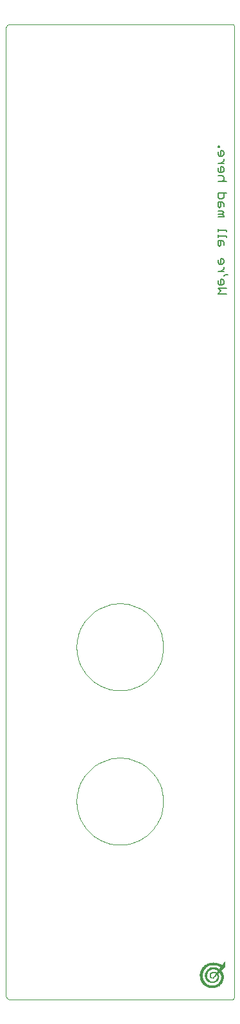
<source format=gbo>
G75*
%MOIN*%
%OFA0B0*%
%FSLAX24Y24*%
%IPPOS*%
%LPD*%
%AMOC8*
5,1,8,0,0,1.08239X$1,22.5*
%
%ADD10C,0.0000*%
%ADD11C,0.0050*%
%ADD12R,0.0010X0.0010*%
%ADD13R,0.0010X0.0230*%
%ADD14R,0.0010X0.0330*%
%ADD15R,0.0010X0.0400*%
%ADD16R,0.0010X0.0470*%
%ADD17R,0.0010X0.0520*%
%ADD18R,0.0010X0.0560*%
%ADD19R,0.0010X0.0600*%
%ADD20R,0.0010X0.0640*%
%ADD21R,0.0010X0.0680*%
%ADD22R,0.0010X0.0710*%
%ADD23R,0.0010X0.0740*%
%ADD24R,0.0010X0.0770*%
%ADD25R,0.0010X0.0790*%
%ADD26R,0.0010X0.0320*%
%ADD27R,0.0010X0.0280*%
%ADD28R,0.0010X0.0260*%
%ADD29R,0.0010X0.0240*%
%ADD30R,0.0010X0.0220*%
%ADD31R,0.0010X0.0210*%
%ADD32R,0.0010X0.0200*%
%ADD33R,0.0010X0.0190*%
%ADD34R,0.0010X0.0180*%
%ADD35R,0.0010X0.0170*%
%ADD36R,0.0010X0.0150*%
%ADD37R,0.0010X0.0160*%
%ADD38R,0.0010X0.0250*%
%ADD39R,0.0010X0.0300*%
%ADD40R,0.0010X0.0350*%
%ADD41R,0.0010X0.0390*%
%ADD42R,0.0010X0.0420*%
%ADD43R,0.0010X0.0450*%
%ADD44R,0.0010X0.0480*%
%ADD45R,0.0010X0.0140*%
%ADD46R,0.0010X0.0510*%
%ADD47R,0.0010X0.0530*%
%ADD48R,0.0010X0.0130*%
%ADD49R,0.0010X0.0120*%
%ADD50R,0.0010X0.0110*%
%ADD51R,0.0010X0.0100*%
%ADD52R,0.0010X0.0090*%
%ADD53R,0.0010X0.0080*%
%ADD54R,0.0010X0.0020*%
%ADD55R,0.0010X0.0070*%
%ADD56R,0.0010X0.0050*%
%ADD57R,0.0010X0.0040*%
%ADD58R,0.0010X0.0030*%
%ADD59R,0.0010X0.0060*%
%ADD60R,0.0010X0.0290*%
%ADD61R,0.0010X0.0270*%
%ADD62R,0.0010X0.0310*%
%ADD63R,0.0010X0.0540*%
%ADD64R,0.0010X0.0570*%
%ADD65R,0.0010X0.0650*%
%ADD66R,0.0010X0.0620*%
%ADD67R,0.0010X0.0590*%
%ADD68R,0.0010X0.0500*%
%ADD69R,0.0010X0.0460*%
%ADD70R,0.0010X0.0410*%
%ADD71R,0.0010X0.0360*%
D10*
X003260Y002648D02*
X003260Y052694D01*
X003262Y052724D01*
X003267Y052754D01*
X003276Y052783D01*
X003289Y052810D01*
X003304Y052836D01*
X003323Y052860D01*
X003344Y052881D01*
X003368Y052900D01*
X003394Y052915D01*
X003421Y052928D01*
X003450Y052937D01*
X003480Y052942D01*
X003510Y052944D01*
X015010Y052944D01*
X015030Y052942D01*
X015050Y052937D01*
X015068Y052928D01*
X015085Y052917D01*
X015099Y052903D01*
X015110Y052886D01*
X015119Y052868D01*
X015124Y052848D01*
X015126Y052828D01*
X015126Y002520D01*
X015124Y002500D01*
X015120Y002481D01*
X015112Y002462D01*
X015102Y002445D01*
X015089Y002430D01*
X015074Y002417D01*
X015057Y002407D01*
X015038Y002399D01*
X015019Y002395D01*
X014999Y002393D01*
X003515Y002393D01*
X003484Y002395D01*
X003454Y002400D01*
X003425Y002410D01*
X003396Y002422D01*
X003370Y002438D01*
X003346Y002457D01*
X003324Y002479D01*
X003305Y002503D01*
X003289Y002529D01*
X003277Y002558D01*
X003267Y002587D01*
X003262Y002617D01*
X003260Y002648D01*
X006943Y012669D02*
X006945Y012763D01*
X006951Y012857D01*
X006961Y012951D01*
X006975Y013044D01*
X006992Y013137D01*
X007014Y013229D01*
X007039Y013319D01*
X007068Y013409D01*
X007101Y013497D01*
X007138Y013584D01*
X007178Y013669D01*
X007221Y013753D01*
X007268Y013835D01*
X007319Y013914D01*
X007373Y013992D01*
X007430Y014067D01*
X007490Y014139D01*
X007553Y014209D01*
X007619Y014277D01*
X007687Y014341D01*
X007759Y014403D01*
X007833Y014461D01*
X007909Y014517D01*
X007987Y014569D01*
X008068Y014618D01*
X008151Y014663D01*
X008235Y014705D01*
X008321Y014743D01*
X008409Y014778D01*
X008498Y014809D01*
X008588Y014836D01*
X008679Y014860D01*
X008771Y014879D01*
X008864Y014895D01*
X008958Y014907D01*
X009052Y014915D01*
X009146Y014919D01*
X009240Y014919D01*
X009334Y014915D01*
X009428Y014907D01*
X009522Y014895D01*
X009615Y014879D01*
X009707Y014860D01*
X009798Y014836D01*
X009888Y014809D01*
X009977Y014778D01*
X010065Y014743D01*
X010151Y014705D01*
X010235Y014663D01*
X010318Y014618D01*
X010399Y014569D01*
X010477Y014517D01*
X010553Y014461D01*
X010627Y014403D01*
X010699Y014341D01*
X010767Y014277D01*
X010833Y014209D01*
X010896Y014139D01*
X010956Y014067D01*
X011013Y013992D01*
X011067Y013914D01*
X011118Y013835D01*
X011165Y013753D01*
X011208Y013669D01*
X011248Y013584D01*
X011285Y013497D01*
X011318Y013409D01*
X011347Y013319D01*
X011372Y013229D01*
X011394Y013137D01*
X011411Y013044D01*
X011425Y012951D01*
X011435Y012857D01*
X011441Y012763D01*
X011443Y012669D01*
X011441Y012575D01*
X011435Y012481D01*
X011425Y012387D01*
X011411Y012294D01*
X011394Y012201D01*
X011372Y012109D01*
X011347Y012019D01*
X011318Y011929D01*
X011285Y011841D01*
X011248Y011754D01*
X011208Y011669D01*
X011165Y011585D01*
X011118Y011503D01*
X011067Y011424D01*
X011013Y011346D01*
X010956Y011271D01*
X010896Y011199D01*
X010833Y011129D01*
X010767Y011061D01*
X010699Y010997D01*
X010627Y010935D01*
X010553Y010877D01*
X010477Y010821D01*
X010399Y010769D01*
X010318Y010720D01*
X010235Y010675D01*
X010151Y010633D01*
X010065Y010595D01*
X009977Y010560D01*
X009888Y010529D01*
X009798Y010502D01*
X009707Y010478D01*
X009615Y010459D01*
X009522Y010443D01*
X009428Y010431D01*
X009334Y010423D01*
X009240Y010419D01*
X009146Y010419D01*
X009052Y010423D01*
X008958Y010431D01*
X008864Y010443D01*
X008771Y010459D01*
X008679Y010478D01*
X008588Y010502D01*
X008498Y010529D01*
X008409Y010560D01*
X008321Y010595D01*
X008235Y010633D01*
X008151Y010675D01*
X008068Y010720D01*
X007987Y010769D01*
X007909Y010821D01*
X007833Y010877D01*
X007759Y010935D01*
X007687Y010997D01*
X007619Y011061D01*
X007553Y011129D01*
X007490Y011199D01*
X007430Y011271D01*
X007373Y011346D01*
X007319Y011424D01*
X007268Y011503D01*
X007221Y011585D01*
X007178Y011669D01*
X007138Y011754D01*
X007101Y011841D01*
X007068Y011929D01*
X007039Y012019D01*
X007014Y012109D01*
X006992Y012201D01*
X006975Y012294D01*
X006961Y012387D01*
X006951Y012481D01*
X006945Y012575D01*
X006943Y012669D01*
X006943Y020669D02*
X006945Y020763D01*
X006951Y020857D01*
X006961Y020951D01*
X006975Y021044D01*
X006992Y021137D01*
X007014Y021229D01*
X007039Y021319D01*
X007068Y021409D01*
X007101Y021497D01*
X007138Y021584D01*
X007178Y021669D01*
X007221Y021753D01*
X007268Y021835D01*
X007319Y021914D01*
X007373Y021992D01*
X007430Y022067D01*
X007490Y022139D01*
X007553Y022209D01*
X007619Y022277D01*
X007687Y022341D01*
X007759Y022403D01*
X007833Y022461D01*
X007909Y022517D01*
X007987Y022569D01*
X008068Y022618D01*
X008151Y022663D01*
X008235Y022705D01*
X008321Y022743D01*
X008409Y022778D01*
X008498Y022809D01*
X008588Y022836D01*
X008679Y022860D01*
X008771Y022879D01*
X008864Y022895D01*
X008958Y022907D01*
X009052Y022915D01*
X009146Y022919D01*
X009240Y022919D01*
X009334Y022915D01*
X009428Y022907D01*
X009522Y022895D01*
X009615Y022879D01*
X009707Y022860D01*
X009798Y022836D01*
X009888Y022809D01*
X009977Y022778D01*
X010065Y022743D01*
X010151Y022705D01*
X010235Y022663D01*
X010318Y022618D01*
X010399Y022569D01*
X010477Y022517D01*
X010553Y022461D01*
X010627Y022403D01*
X010699Y022341D01*
X010767Y022277D01*
X010833Y022209D01*
X010896Y022139D01*
X010956Y022067D01*
X011013Y021992D01*
X011067Y021914D01*
X011118Y021835D01*
X011165Y021753D01*
X011208Y021669D01*
X011248Y021584D01*
X011285Y021497D01*
X011318Y021409D01*
X011347Y021319D01*
X011372Y021229D01*
X011394Y021137D01*
X011411Y021044D01*
X011425Y020951D01*
X011435Y020857D01*
X011441Y020763D01*
X011443Y020669D01*
X011441Y020575D01*
X011435Y020481D01*
X011425Y020387D01*
X011411Y020294D01*
X011394Y020201D01*
X011372Y020109D01*
X011347Y020019D01*
X011318Y019929D01*
X011285Y019841D01*
X011248Y019754D01*
X011208Y019669D01*
X011165Y019585D01*
X011118Y019503D01*
X011067Y019424D01*
X011013Y019346D01*
X010956Y019271D01*
X010896Y019199D01*
X010833Y019129D01*
X010767Y019061D01*
X010699Y018997D01*
X010627Y018935D01*
X010553Y018877D01*
X010477Y018821D01*
X010399Y018769D01*
X010318Y018720D01*
X010235Y018675D01*
X010151Y018633D01*
X010065Y018595D01*
X009977Y018560D01*
X009888Y018529D01*
X009798Y018502D01*
X009707Y018478D01*
X009615Y018459D01*
X009522Y018443D01*
X009428Y018431D01*
X009334Y018423D01*
X009240Y018419D01*
X009146Y018419D01*
X009052Y018423D01*
X008958Y018431D01*
X008864Y018443D01*
X008771Y018459D01*
X008679Y018478D01*
X008588Y018502D01*
X008498Y018529D01*
X008409Y018560D01*
X008321Y018595D01*
X008235Y018633D01*
X008151Y018675D01*
X008068Y018720D01*
X007987Y018769D01*
X007909Y018821D01*
X007833Y018877D01*
X007759Y018935D01*
X007687Y018997D01*
X007619Y019061D01*
X007553Y019129D01*
X007490Y019199D01*
X007430Y019271D01*
X007373Y019346D01*
X007319Y019424D01*
X007268Y019503D01*
X007221Y019585D01*
X007178Y019669D01*
X007138Y019754D01*
X007101Y019841D01*
X007068Y019929D01*
X007039Y020019D01*
X007014Y020109D01*
X006992Y020201D01*
X006975Y020294D01*
X006961Y020387D01*
X006951Y020481D01*
X006945Y020575D01*
X006943Y020669D01*
D11*
X014285Y038969D02*
X014435Y039120D01*
X014285Y039270D01*
X014735Y039270D01*
X014510Y039430D02*
X014360Y039430D01*
X014285Y039505D01*
X014285Y039655D01*
X014435Y039730D02*
X014435Y039430D01*
X014510Y039430D02*
X014585Y039505D01*
X014585Y039655D01*
X014510Y039730D01*
X014435Y039730D01*
X014585Y039890D02*
X014660Y039965D01*
X014810Y039965D01*
X014585Y040120D02*
X014285Y040120D01*
X014435Y040120D02*
X014585Y040271D01*
X014585Y040346D01*
X014510Y040504D02*
X014360Y040504D01*
X014285Y040579D01*
X014285Y040729D01*
X014435Y040804D02*
X014435Y040504D01*
X014510Y040504D02*
X014585Y040579D01*
X014585Y040729D01*
X014510Y040804D01*
X014435Y040804D01*
X014360Y041425D02*
X014435Y041500D01*
X014435Y041725D01*
X014510Y041725D02*
X014285Y041725D01*
X014285Y041500D01*
X014360Y041425D01*
X014585Y041500D02*
X014585Y041650D01*
X014510Y041725D01*
X014735Y041885D02*
X014735Y041960D01*
X014285Y041960D01*
X014285Y041885D02*
X014285Y042035D01*
X014285Y042192D02*
X014285Y042342D01*
X014285Y042267D02*
X014735Y042267D01*
X014735Y042192D01*
X014585Y042960D02*
X014285Y042960D01*
X014285Y043110D02*
X014510Y043110D01*
X014585Y043185D01*
X014510Y043260D01*
X014285Y043260D01*
X014360Y043420D02*
X014435Y043495D01*
X014435Y043720D01*
X014510Y043720D02*
X014285Y043720D01*
X014285Y043495D01*
X014360Y043420D01*
X014585Y043495D02*
X014585Y043645D01*
X014510Y043720D01*
X014510Y043880D02*
X014585Y043955D01*
X014585Y044181D01*
X014735Y044181D02*
X014285Y044181D01*
X014285Y043955D01*
X014360Y043880D01*
X014510Y043880D01*
X014510Y043110D02*
X014585Y043035D01*
X014585Y042960D01*
X014510Y044801D02*
X014585Y044876D01*
X014585Y045026D01*
X014510Y045101D01*
X014285Y045101D01*
X014360Y045262D02*
X014510Y045262D01*
X014585Y045337D01*
X014585Y045487D01*
X014510Y045562D01*
X014435Y045562D01*
X014435Y045262D01*
X014360Y045262D02*
X014285Y045337D01*
X014285Y045487D01*
X014285Y045722D02*
X014585Y045722D01*
X014585Y045872D02*
X014585Y045947D01*
X014585Y045872D02*
X014435Y045722D01*
X014435Y046106D02*
X014435Y046406D01*
X014510Y046406D01*
X014585Y046331D01*
X014585Y046181D01*
X014510Y046106D01*
X014360Y046106D01*
X014285Y046181D01*
X014285Y046331D01*
X014285Y046566D02*
X014285Y046641D01*
X014360Y046641D01*
X014360Y046566D01*
X014285Y046566D01*
X014285Y044801D02*
X014735Y044801D01*
X014735Y038969D02*
X014285Y038969D01*
D12*
X013380Y003754D03*
X013370Y003684D03*
X013370Y003654D03*
X013370Y003634D03*
X013370Y003614D03*
X013370Y003594D03*
X013630Y003614D03*
X013630Y003644D03*
X013630Y003674D03*
X013640Y003734D03*
X013640Y003554D03*
X013880Y003624D03*
X013880Y003674D03*
X014350Y003574D03*
X014350Y003554D03*
X014470Y003614D03*
X014590Y003594D03*
X014590Y003574D03*
X014590Y003554D03*
X014590Y003534D03*
X014590Y003514D03*
X014470Y003484D03*
D13*
X014400Y003894D03*
X013920Y003644D03*
X013550Y003974D03*
X013380Y003624D03*
X013550Y003294D03*
D14*
X013390Y003634D03*
D15*
X013400Y003629D03*
D16*
X013410Y003634D03*
X014300Y003634D03*
D17*
X014450Y003949D03*
X013420Y003629D03*
D18*
X013430Y003639D03*
X014510Y003549D03*
D19*
X013440Y003629D03*
D20*
X013450Y003629D03*
D21*
X013460Y003629D03*
D22*
X013470Y003634D03*
D23*
X013480Y003629D03*
D24*
X013490Y003634D03*
D25*
X013500Y003634D03*
D26*
X013510Y003379D03*
X013510Y003889D03*
D27*
X013520Y003909D03*
X013520Y003349D03*
X014420Y003889D03*
X014610Y004159D03*
X014630Y004179D03*
X014640Y004199D03*
X014650Y004209D03*
X014660Y004219D03*
D28*
X014570Y004109D03*
X014560Y004099D03*
X014550Y004089D03*
X014510Y004049D03*
X014410Y003899D03*
X014280Y003709D03*
X014320Y003559D03*
X014470Y003339D03*
X013530Y003329D03*
X013530Y003939D03*
D29*
X013540Y003959D03*
X013540Y003309D03*
X014340Y003869D03*
X014520Y004049D03*
D30*
X014350Y003869D03*
X014580Y003549D03*
X014450Y003299D03*
X014440Y003279D03*
X013740Y003809D03*
X013560Y003989D03*
X013560Y003279D03*
D31*
X013570Y003264D03*
X013570Y004004D03*
X014270Y003734D03*
X014360Y003874D03*
X014390Y003894D03*
X014330Y003564D03*
X014430Y003264D03*
D32*
X014420Y003249D03*
X014190Y003709D03*
X013910Y003649D03*
X013580Y004019D03*
X013580Y003249D03*
X013590Y003239D03*
D33*
X013600Y003224D03*
X013750Y003834D03*
X013590Y004034D03*
X013600Y004044D03*
X013610Y004054D03*
X014200Y003714D03*
X014370Y003874D03*
X014380Y003884D03*
X014410Y003234D03*
X014400Y003224D03*
D34*
X013740Y003459D03*
X013610Y003219D03*
X013630Y003199D03*
X013760Y003849D03*
X013620Y004069D03*
X013630Y004079D03*
D35*
X013640Y004084D03*
X013650Y004094D03*
X013660Y004104D03*
X013770Y003864D03*
X013900Y003644D03*
X014210Y003714D03*
X014260Y003734D03*
X014280Y003454D03*
X014390Y003214D03*
X014380Y003204D03*
X014370Y003194D03*
X014350Y003174D03*
X013640Y003184D03*
X013620Y003204D03*
D36*
X013700Y003144D03*
X013710Y003134D03*
X013730Y003124D03*
X013640Y003644D03*
X013790Y003894D03*
X013700Y004134D03*
X013710Y004144D03*
X013720Y004144D03*
X013730Y004154D03*
X014350Y004184D03*
X014370Y004174D03*
X014390Y004164D03*
X014410Y004154D03*
X014430Y004144D03*
X014250Y003734D03*
X014340Y003164D03*
X014310Y003144D03*
X014300Y003134D03*
X014280Y003124D03*
D37*
X014320Y003149D03*
X014330Y003159D03*
X014360Y003179D03*
X014340Y003559D03*
X014220Y003719D03*
X013780Y003879D03*
X013670Y004109D03*
X013680Y004119D03*
X013690Y004129D03*
X013750Y003439D03*
X013650Y003179D03*
X013660Y003169D03*
X013670Y003159D03*
X013680Y003159D03*
X013690Y003149D03*
X014420Y004149D03*
D38*
X014530Y004064D03*
X014540Y004074D03*
X014330Y003864D03*
X014460Y003314D03*
X013650Y003644D03*
D39*
X013660Y003639D03*
X014310Y003559D03*
X014480Y004039D03*
D40*
X013670Y003644D03*
D41*
X013680Y003644D03*
D42*
X013690Y003639D03*
D43*
X013700Y003644D03*
D44*
X013710Y003639D03*
X014290Y003619D03*
D45*
X014240Y003719D03*
X014230Y003719D03*
X014270Y003429D03*
X014290Y003129D03*
X014270Y003119D03*
X014260Y003109D03*
X014250Y003109D03*
X014230Y003099D03*
X013780Y003099D03*
X013760Y003109D03*
X013750Y003109D03*
X013740Y003119D03*
X013720Y003129D03*
X013760Y003419D03*
X013800Y003899D03*
X013810Y003909D03*
X013740Y004159D03*
X013750Y004169D03*
X013760Y004169D03*
X013770Y004179D03*
X013780Y004179D03*
X013790Y004189D03*
X013800Y004189D03*
X013820Y004199D03*
X014250Y004219D03*
X014280Y004209D03*
X014300Y004199D03*
X014310Y004199D03*
X014320Y004199D03*
X014330Y004189D03*
X014340Y004189D03*
X014360Y004179D03*
X014380Y004169D03*
X014400Y004159D03*
D46*
X014440Y003964D03*
X013720Y003644D03*
D47*
X013730Y003644D03*
X014520Y003544D03*
D48*
X014240Y003104D03*
X014220Y003094D03*
X014210Y003094D03*
X014200Y003084D03*
X014190Y003084D03*
X014170Y003074D03*
X014160Y003074D03*
X014150Y003074D03*
X014140Y003064D03*
X014110Y003064D03*
X014060Y003054D03*
X014040Y003054D03*
X014020Y003054D03*
X014000Y003054D03*
X013980Y003054D03*
X013930Y003064D03*
X013910Y003064D03*
X013900Y003064D03*
X013870Y003074D03*
X013860Y003074D03*
X013850Y003074D03*
X013840Y003074D03*
X013830Y003084D03*
X013820Y003084D03*
X013810Y003084D03*
X013800Y003094D03*
X013790Y003094D03*
X013770Y003104D03*
X013770Y003404D03*
X013820Y003924D03*
X013830Y003934D03*
X013840Y003934D03*
X013810Y004194D03*
X013830Y004204D03*
X013840Y004204D03*
X013850Y004214D03*
X013860Y004214D03*
X013870Y004214D03*
X013890Y004224D03*
X013900Y004224D03*
X013920Y004224D03*
X013930Y004234D03*
X013940Y004234D03*
X013950Y004234D03*
X013990Y004244D03*
X014010Y004244D03*
X014020Y004244D03*
X014030Y004244D03*
X014040Y004244D03*
X014060Y004244D03*
X014070Y004244D03*
X014080Y004244D03*
X014090Y004244D03*
X014100Y004244D03*
X014110Y004244D03*
X014130Y004244D03*
X014160Y004234D03*
X014170Y004234D03*
X014180Y004234D03*
X014190Y004234D03*
X014200Y004234D03*
X014210Y004224D03*
X014220Y004224D03*
X014230Y004224D03*
X014240Y004224D03*
X014260Y004214D03*
X014270Y004214D03*
X014290Y004204D03*
D49*
X014150Y004239D03*
X014140Y004239D03*
X014120Y004239D03*
X014050Y004249D03*
X014000Y004239D03*
X013980Y004239D03*
X013970Y004239D03*
X013960Y004239D03*
X013910Y004229D03*
X013880Y004219D03*
X013890Y003969D03*
X013870Y003959D03*
X013860Y003949D03*
X013850Y003949D03*
X013890Y003649D03*
X013780Y003389D03*
X013880Y003069D03*
X013890Y003069D03*
X013920Y003059D03*
X013940Y003059D03*
X013950Y003059D03*
X013960Y003059D03*
X013970Y003059D03*
X013990Y003059D03*
X014010Y003059D03*
X014030Y003059D03*
X014050Y003059D03*
X014070Y003059D03*
X014080Y003059D03*
X014090Y003059D03*
X014100Y003059D03*
X014120Y003069D03*
X014130Y003069D03*
X014180Y003079D03*
X014260Y003409D03*
X014300Y003949D03*
D50*
X014290Y003954D03*
X014280Y003964D03*
X014270Y003964D03*
X014260Y003974D03*
X014250Y003974D03*
X014230Y003984D03*
X014220Y003984D03*
X014210Y003994D03*
X014170Y004004D03*
X014150Y004004D03*
X013950Y003994D03*
X013920Y003984D03*
X013910Y003984D03*
X013900Y003974D03*
X013880Y003964D03*
X013930Y003724D03*
X014170Y003644D03*
X014180Y003654D03*
X014250Y003394D03*
X013820Y003354D03*
X013810Y003364D03*
X013800Y003374D03*
X013790Y003384D03*
D51*
X013830Y003349D03*
X013840Y003339D03*
X013860Y003329D03*
X014230Y003369D03*
X014240Y003379D03*
X014150Y003619D03*
X014160Y003629D03*
X014240Y003979D03*
X014200Y003989D03*
X014190Y003999D03*
X014180Y003999D03*
X014160Y003999D03*
X014140Y004009D03*
X014130Y004009D03*
X014120Y004009D03*
X014110Y004009D03*
X014100Y004009D03*
X014090Y004009D03*
X014080Y004009D03*
X014070Y004009D03*
X014060Y004009D03*
X014050Y004009D03*
X014040Y004009D03*
X014030Y004009D03*
X014020Y004009D03*
X014010Y004009D03*
X014000Y004009D03*
X013990Y004009D03*
X013980Y003999D03*
X013970Y003999D03*
X013960Y003999D03*
X013940Y003989D03*
X013930Y003989D03*
D52*
X014140Y003604D03*
X014130Y003594D03*
X014220Y003364D03*
X014210Y003354D03*
X014200Y003344D03*
X013920Y003304D03*
X013900Y003314D03*
X013890Y003314D03*
X013870Y003324D03*
X013850Y003334D03*
D53*
X013880Y003319D03*
X013910Y003309D03*
X013930Y003299D03*
X013940Y003299D03*
X013950Y003299D03*
X013960Y003299D03*
X013970Y003299D03*
X013980Y003289D03*
X013990Y003299D03*
X014000Y003289D03*
X014020Y003289D03*
X014040Y003289D03*
X014090Y003299D03*
X014100Y003299D03*
X014130Y003309D03*
X014150Y003319D03*
X014160Y003319D03*
X014170Y003329D03*
X014180Y003329D03*
X014190Y003339D03*
X014110Y003569D03*
X014170Y003779D03*
X014180Y003779D03*
X014140Y003789D03*
X013950Y003749D03*
X013940Y003739D03*
D54*
X013880Y003649D03*
X013990Y003499D03*
X014010Y003489D03*
X014020Y003479D03*
X014280Y003559D03*
D55*
X014120Y003584D03*
X013930Y003564D03*
X013960Y003764D03*
X013980Y003774D03*
X013990Y003784D03*
X014000Y003784D03*
X014040Y003794D03*
X014090Y003804D03*
X014100Y003794D03*
X014110Y003794D03*
X014120Y003794D03*
X014130Y003794D03*
X014150Y003784D03*
X014160Y003784D03*
X014140Y003314D03*
X014120Y003304D03*
X014110Y003304D03*
X014080Y003294D03*
X014070Y003294D03*
X014060Y003294D03*
X014050Y003294D03*
X014030Y003294D03*
X014010Y003294D03*
D56*
X014070Y003524D03*
X014080Y003534D03*
X013940Y003544D03*
D57*
X013950Y003529D03*
X013960Y003519D03*
X014050Y003499D03*
X014060Y003509D03*
D58*
X014040Y003484D03*
X014030Y003484D03*
X014000Y003494D03*
X013980Y003504D03*
X013970Y003514D03*
D59*
X014090Y003549D03*
X014100Y003559D03*
X014080Y003799D03*
X014070Y003799D03*
X014060Y003799D03*
X014050Y003799D03*
X014030Y003799D03*
X014020Y003789D03*
X014010Y003789D03*
X013970Y003769D03*
D60*
X014310Y003864D03*
X014490Y004044D03*
X014670Y004234D03*
X014570Y003554D03*
D61*
X014320Y003864D03*
X014500Y004044D03*
X014580Y004124D03*
X014590Y004134D03*
X014600Y004144D03*
X014620Y004174D03*
D62*
X014430Y003894D03*
D63*
X014460Y003929D03*
D64*
X014470Y003914D03*
D65*
X014480Y003544D03*
D66*
X014490Y003549D03*
D67*
X014500Y003544D03*
D68*
X014530Y003549D03*
D69*
X014540Y003549D03*
D70*
X014550Y003554D03*
D71*
X014560Y003549D03*
M02*

</source>
